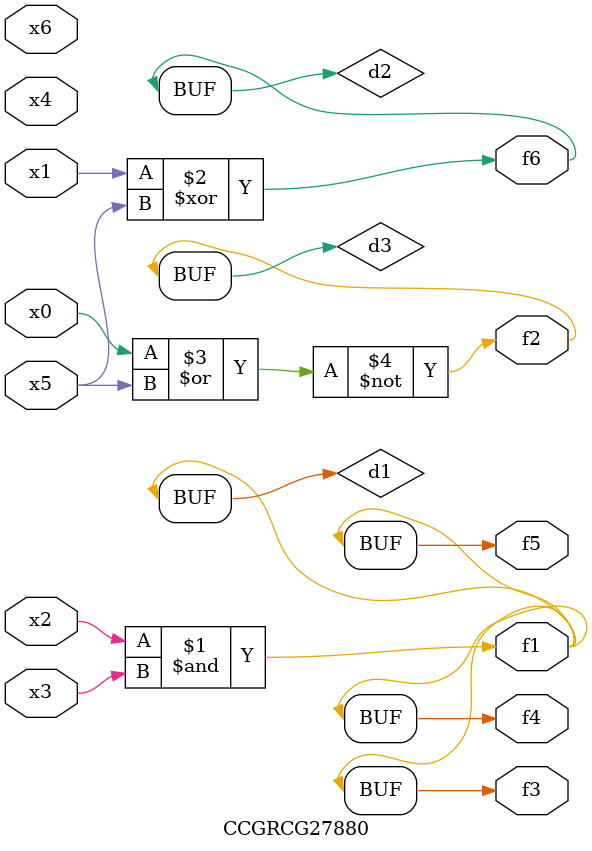
<source format=v>
module CCGRCG27880(
	input x0, x1, x2, x3, x4, x5, x6,
	output f1, f2, f3, f4, f5, f6
);

	wire d1, d2, d3;

	and (d1, x2, x3);
	xor (d2, x1, x5);
	nor (d3, x0, x5);
	assign f1 = d1;
	assign f2 = d3;
	assign f3 = d1;
	assign f4 = d1;
	assign f5 = d1;
	assign f6 = d2;
endmodule

</source>
